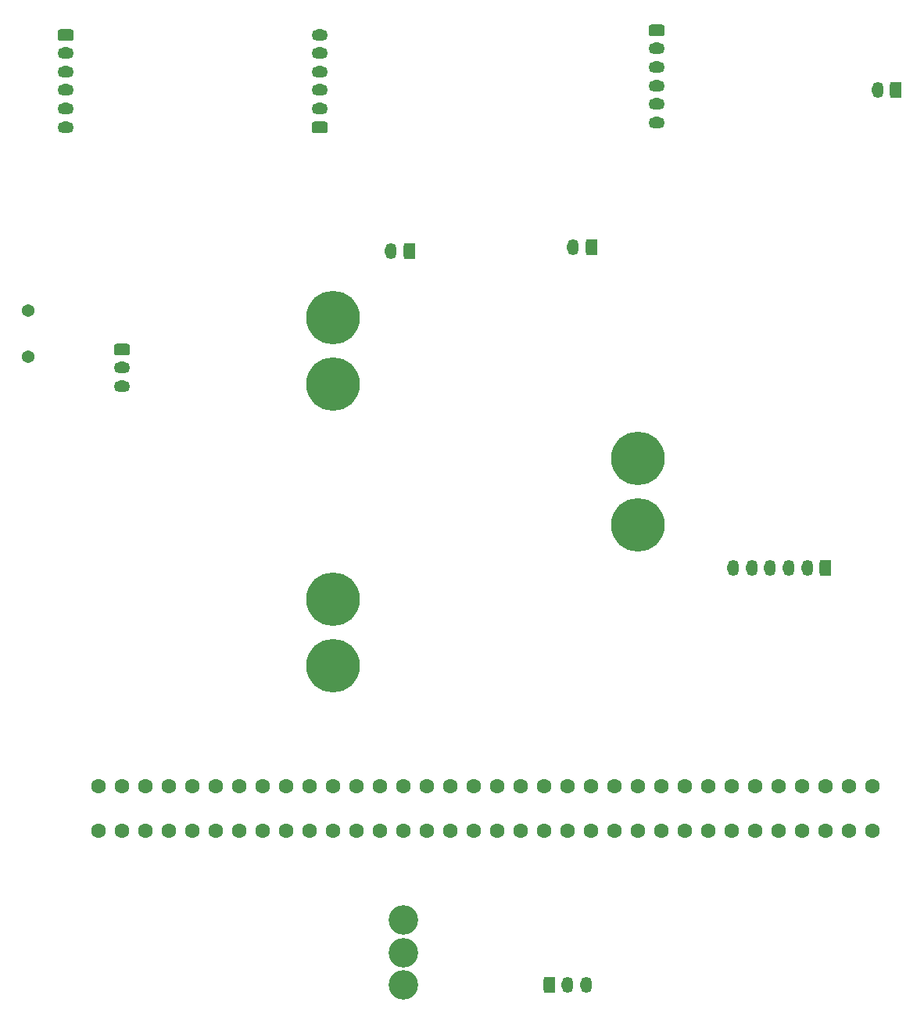
<source format=gbr>
%TF.GenerationSoftware,KiCad,Pcbnew,8.0.4*%
%TF.CreationDate,2025-03-15T02:49:38-04:00*%
%TF.ProjectId,erie_rov_connector_board,65726965-5f72-46f7-965f-636f6e6e6563,rev?*%
%TF.SameCoordinates,Original*%
%TF.FileFunction,Soldermask,Bot*%
%TF.FilePolarity,Negative*%
%FSLAX46Y46*%
G04 Gerber Fmt 4.6, Leading zero omitted, Abs format (unit mm)*
G04 Created by KiCad (PCBNEW 8.0.4) date 2025-03-15 02:49:38*
%MOMM*%
%LPD*%
G01*
G04 APERTURE LIST*
G04 Aperture macros list*
%AMRoundRect*
0 Rectangle with rounded corners*
0 $1 Rounding radius*
0 $2 $3 $4 $5 $6 $7 $8 $9 X,Y pos of 4 corners*
0 Add a 4 corners polygon primitive as box body*
4,1,4,$2,$3,$4,$5,$6,$7,$8,$9,$2,$3,0*
0 Add four circle primitives for the rounded corners*
1,1,$1+$1,$2,$3*
1,1,$1+$1,$4,$5*
1,1,$1+$1,$6,$7*
1,1,$1+$1,$8,$9*
0 Add four rect primitives between the rounded corners*
20,1,$1+$1,$2,$3,$4,$5,0*
20,1,$1+$1,$4,$5,$6,$7,0*
20,1,$1+$1,$6,$7,$8,$9,0*
20,1,$1+$1,$8,$9,$2,$3,0*%
G04 Aperture macros list end*
%ADD10RoundRect,0.264583X-0.610417X0.370417X-0.610417X-0.370417X0.610417X-0.370417X0.610417X0.370417X0*%
%ADD11O,1.750000X1.270000*%
%ADD12RoundRect,0.264583X0.370417X0.610417X-0.370417X0.610417X-0.370417X-0.610417X0.370417X-0.610417X0*%
%ADD13O,1.270000X1.750000*%
%ADD14C,5.800000*%
%ADD15C,1.371600*%
%ADD16RoundRect,0.264583X-0.370417X-0.610417X0.370417X-0.610417X0.370417X0.610417X-0.370417X0.610417X0*%
%ADD17C,1.600200*%
%ADD18C,3.200000*%
%ADD19RoundRect,0.264583X0.610417X-0.370417X0.610417X0.370417X-0.610417X0.370417X-0.610417X-0.370417X0*%
G04 APERTURE END LIST*
D10*
%TO.C,J9*%
X18500000Y52500000D03*
D11*
X18500000Y50500000D03*
X18500000Y48500000D03*
X18500000Y46500000D03*
X18500000Y44500000D03*
X18500000Y42500000D03*
%TD*%
D12*
%TO.C,J14*%
X36830000Y-5715000D03*
D13*
X34830000Y-5715000D03*
X32830000Y-5715000D03*
X30830000Y-5715000D03*
X28830000Y-5715000D03*
X26830000Y-5715000D03*
%TD*%
D12*
%TO.C,J11*%
X11500000Y29000000D03*
D13*
X9500000Y29000000D03*
%TD*%
D14*
%TO.C,J2*%
X-16510000Y21380000D03*
X-16510000Y14180000D03*
%TD*%
D15*
%TO.C,C1*%
X-49530000Y22153250D03*
X-49530000Y17153250D03*
%TD*%
D12*
%TO.C,J10*%
X44450000Y46000000D03*
D13*
X42450000Y46000000D03*
%TD*%
D16*
%TO.C,J6*%
X6890000Y-50800000D03*
D13*
X8890000Y-50800000D03*
X10890000Y-50800000D03*
%TD*%
D17*
%TO.C,J1*%
X-41910000Y-29324300D03*
X-39370000Y-29324300D03*
X-36830000Y-29324300D03*
X-34290000Y-29324300D03*
X-31750000Y-29324300D03*
X-29210000Y-29324300D03*
X-26670000Y-29324300D03*
X-24130000Y-29324300D03*
X-21590000Y-29324300D03*
X-19050000Y-29324300D03*
X-16510000Y-29324300D03*
X-13970000Y-29324300D03*
X-11430000Y-29324300D03*
X-8890000Y-29324300D03*
X-6350000Y-29324300D03*
X-3810000Y-29324300D03*
X-1270000Y-29324300D03*
X1270000Y-29324300D03*
X3810000Y-29324300D03*
X6350000Y-29324300D03*
X8890000Y-29324300D03*
X11430000Y-29324300D03*
X13970000Y-29324300D03*
X16510000Y-29324300D03*
X19050000Y-29324300D03*
X21590000Y-29324300D03*
X24130000Y-29324300D03*
X26670000Y-29324300D03*
X29210000Y-29324300D03*
X31750000Y-29324300D03*
X34290000Y-29324300D03*
X36830000Y-29324300D03*
X39370000Y-29324300D03*
X41910000Y-29324300D03*
X41910000Y-34175700D03*
X39370000Y-34175700D03*
X36830000Y-34175700D03*
X34290000Y-34175700D03*
X31750000Y-34175700D03*
X29210000Y-34175700D03*
X26670000Y-34175700D03*
X24130000Y-34175700D03*
X21590000Y-34175700D03*
X19050000Y-34175700D03*
X16510000Y-34175700D03*
X13970000Y-34175700D03*
X11430000Y-34175700D03*
X8890000Y-34175700D03*
X6350000Y-34175700D03*
X3810000Y-34175700D03*
X1270000Y-34175700D03*
X-1270000Y-34175700D03*
X-3810000Y-34175700D03*
X-6350000Y-34175700D03*
X-8890000Y-34175700D03*
X-11430000Y-34175700D03*
X-13970000Y-34175700D03*
X-16510000Y-34175700D03*
X-19050000Y-34175700D03*
X-21590000Y-34175700D03*
X-24130000Y-34175700D03*
X-26670000Y-34175700D03*
X-29210000Y-34175700D03*
X-31750000Y-34175700D03*
X-34290000Y-34175700D03*
X-36830000Y-34175700D03*
X-39370000Y-34175700D03*
X-41910000Y-34175700D03*
%TD*%
D14*
%TO.C,J4*%
X16510000Y6140000D03*
X16510000Y-1060000D03*
%TD*%
D18*
%TO.C,J5*%
X-8890000Y-43815000D03*
X-8890000Y-47315000D03*
X-8890000Y-50815000D03*
%TD*%
D10*
%TO.C,J7*%
X-45500000Y52000000D03*
D11*
X-45500000Y50000000D03*
X-45500000Y48000000D03*
X-45500000Y46000000D03*
X-45500000Y44000000D03*
X-45500000Y42000000D03*
%TD*%
D12*
%TO.C,J12*%
X-8255000Y28575000D03*
D13*
X-10255000Y28575000D03*
%TD*%
D19*
%TO.C,J8*%
X-18000000Y42000000D03*
D11*
X-18000000Y44000000D03*
X-18000000Y46000000D03*
X-18000000Y48000000D03*
X-18000000Y50000000D03*
X-18000000Y52000000D03*
%TD*%
D14*
%TO.C,J3*%
X-16510000Y-9100000D03*
X-16510000Y-16300000D03*
%TD*%
D10*
%TO.C,J13*%
X-39370000Y17970000D03*
D11*
X-39370000Y15970000D03*
X-39370000Y13970000D03*
%TD*%
M02*

</source>
